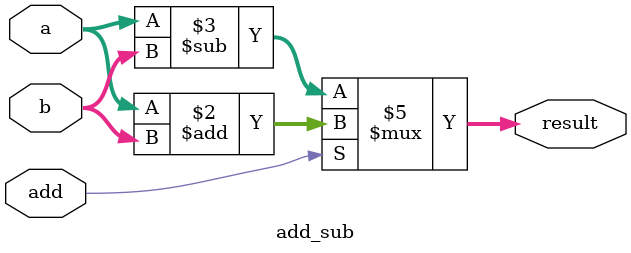
<source format=v>
module add_sub(add,a,b,result);
    parameter N = 3;
    input [(2**N)-1:0] a,b;
    input add;
    output reg[(2**N)-1:0] result;

    always @(*) begin
        if(add) begin //0 is adder. 1 is subtractor
          result = a+b;// assign for connecting nets
        end
        else begin//1 is subtractor
          result = a-b;
        end
    end


endmodule
</source>
